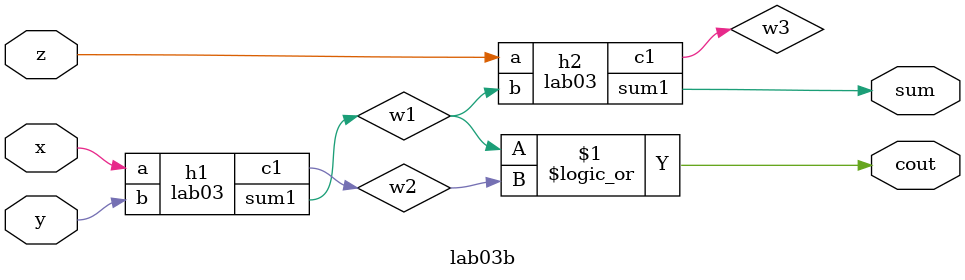
<source format=v>
`timescale 1ns / 1ps


module lab03(
    input a,
    input b,
    output sum1,
    output c1
    );
    assign sum1=a^b;
    assign c1=a&b;
endmodule

module lab03b(
    input x,
    input y,
    input z,
    output sum,
    output cout
);
wire w1,w2,w3;
lab03 h1(x,y,w1,w2);
lab03 h2(z,w1,sum,w3);
assign cout=(w1||w2);
endmodule

</source>
